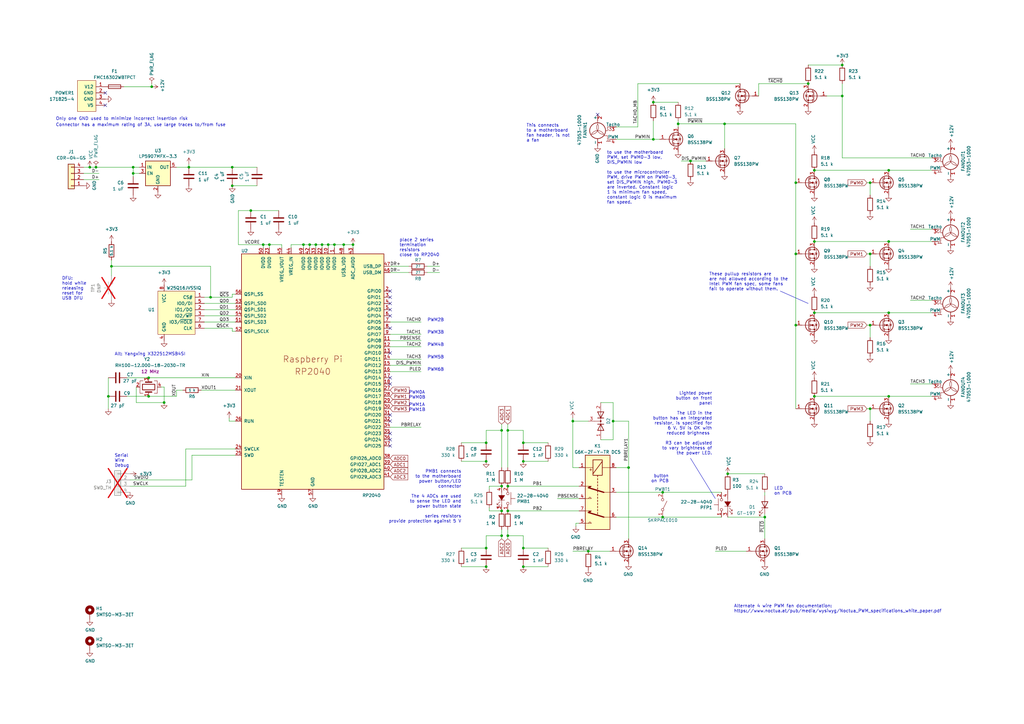
<source format=kicad_sch>
(kicad_sch (version 20230121) (generator eeschema)
  (paper "A3")
  (title_block (title "Thelio IO") (date "2023-05-11") (rev "2.3") (company "System76"))
  (junction (at 214.63 181.61))
  (junction (at 297.18 50.8))
  (junction (at 44.45 162.56))
  (junction (at 77.47 68.58))
  (junction (at 334.01 162.56))
  (junction (at 102.87 86.36))
  (junction (at 86.36 121.92))
  (junction (at 205.74 176.53))
  (junction (at 283.21 66.04))
  (junction (at 214.63 224.79))
  (junction (at 208.28 219.71))
  (junction (at 199.39 232.41))
  (junction (at 67.31 165.1))
  (junction (at 129.54 100.33))
  (junction (at 356.87 133.35))
  (junction (at 278.13 50.8))
  (junction (at 356.87 167.64))
  (junction (at 257.81 191.77))
  (junction (at 241.3 226.06))
  (junction (at 251.46 172.72))
  (junction (at 326.39 74.93))
  (junction (at 214.63 232.41))
  (junction (at 205.74 209.55))
  (junction (at 95.25 68.58))
  (junction (at 95.25 76.2))
  (junction (at 345.44 26.67))
  (junction (at 364.49 69.85))
  (junction (at 298.45 194.31))
  (junction (at 140.97 100.33))
  (junction (at 45.72 109.22))
  (junction (at 313.69 212.09))
  (junction (at 127 100.33))
  (junction (at 60.96 154.94))
  (junction (at 144.78 100.33))
  (junction (at 364.49 128.27))
  (junction (at 356.87 74.93))
  (junction (at 199.39 224.79))
  (junction (at 54.61 68.58))
  (junction (at 364.49 162.56))
  (junction (at 334.01 128.27))
  (junction (at 334.01 69.85))
  (junction (at 205.74 219.71))
  (junction (at 271.78 212.09))
  (junction (at 199.39 189.23))
  (junction (at 208.28 209.55))
  (junction (at 62.23 35.56))
  (junction (at 364.49 99.06))
  (junction (at 132.08 100.33))
  (junction (at 39.37 68.58))
  (junction (at 107.95 100.33))
  (junction (at 208.28 176.53))
  (junction (at 267.97 41.91))
  (junction (at 271.78 201.93))
  (junction (at 205.74 199.39))
  (junction (at 326.39 104.14))
  (junction (at 137.16 100.33))
  (junction (at 208.28 199.39))
  (junction (at 60.96 162.56))
  (junction (at 36.83 68.58))
  (junction (at 110.49 100.33))
  (junction (at 356.87 104.14))
  (junction (at 326.39 133.35))
  (junction (at 345.44 39.37))
  (junction (at 124.46 100.33))
  (junction (at 267.97 57.15))
  (junction (at 134.62 100.33))
  (junction (at 334.01 99.06))
  (junction (at 54.61 71.12))
  (junction (at 234.95 172.72))
  (junction (at 331.47 34.29))
  (junction (at 199.39 181.61))
  (junction (at 214.63 189.23))
  (no_connect (at 160.02 180.34))
  (no_connect (at 160.02 154.94))
  (no_connect (at 160.02 129.54))
  (no_connect (at 160.02 177.8))
  (no_connect (at 160.02 134.62))
  (no_connect (at 43.18 38.1))
  (no_connect (at 245.11 46.99))
  (no_connect (at 160.02 144.78))
  (no_connect (at 160.02 182.88))
  (no_connect (at 160.02 172.72))
  (no_connect (at 160.02 121.92))
  (no_connect (at 160.02 119.38))
  (no_connect (at 160.02 124.46))
  (no_connect (at 160.02 170.18))
  (no_connect (at 160.02 127))
  (no_connect (at 160.02 157.48))
  (no_connect (at 43.18 43.18))
  (wire (pts (xy 127 100.33) (xy 129.54 100.33)))
  (wire (pts (xy 252.73 57.15) (xy 267.97 57.15)))
  (wire (pts (xy 119.38 101.6) (xy 119.38 100.33)))
  (wire (pts (xy 127 101.6) (xy 127 100.33)))
  (wire (pts (xy 364.49 99.06) (xy 382.27 99.06)))
  (wire (pts (xy 96.52 129.54) (xy 83.82 129.54)))
  (wire (pts (xy 241.3 226.06) (xy 234.95 226.06)))
  (wire (pts (xy 331.47 26.67) (xy 345.44 26.67)))
  (wire (pts (xy 313.69 194.31) (xy 298.45 194.31)))
  (wire (pts (xy 45.72 109.22) (xy 45.72 113.03)))
  (wire (pts (xy 199.39 219.71) (xy 205.74 219.71)))
  (wire (pts (xy 93.98 172.72) (xy 96.52 172.72)))
  (wire (pts (xy 278.13 50.8) (xy 297.18 50.8)))
  (wire (pts (xy 53.34 199.39) (xy 76.2 199.39)))
  (wire (pts (xy 199.39 181.61) (xy 199.39 176.53)))
  (wire (pts (xy 172.72 132.08) (xy 160.02 132.08)))
  (wire (pts (xy 95.25 120.65) (xy 95.25 121.92)))
  (wire (pts (xy 199.39 232.41) (xy 189.23 232.41)))
  (wire (pts (xy 175.26 111.76) (xy 180.34 111.76)))
  (wire (pts (xy 205.74 173.99) (xy 205.74 176.53)))
  (wire (pts (xy 76.2 184.15) (xy 76.2 199.39)))
  (wire (pts (xy 373.38 123.19) (xy 382.27 123.19)))
  (wire (pts (xy 34.29 68.58) (xy 36.83 68.58)))
  (wire (pts (xy 110.49 101.6) (xy 110.49 100.33)))
  (wire (pts (xy 93.98 171.45) (xy 93.98 172.72)))
  (wire (pts (xy 60.96 162.56) (xy 72.39 162.56)))
  (wire (pts (xy 234.95 172.72) (xy 234.95 191.77)))
  (wire (pts (xy 172.72 137.16) (xy 160.02 137.16)))
  (wire (pts (xy 200.66 208.28) (xy 200.66 209.55)))
  (wire (pts (xy 257.81 191.77) (xy 257.81 172.72)))
  (wire (pts (xy 236.22 214.63) (xy 237.49 214.63)))
  (wire (pts (xy 246.38 180.34) (xy 251.46 180.34)))
  (wire (pts (xy 96.52 132.08) (xy 83.82 132.08)))
  (wire (pts (xy 355.6 74.93) (xy 356.87 74.93)))
  (wire (pts (xy 199.39 181.61) (xy 189.23 181.61)))
  (wire (pts (xy 278.13 50.8) (xy 278.13 52.07)))
  (wire (pts (xy 137.16 100.33) (xy 137.16 101.6)))
  (polyline (pts (xy 320.04 119.38) (xy 331.47 124.46)))
  (wire (pts (xy 373.38 93.98) (xy 382.27 93.98)))
  (wire (pts (xy 200.66 199.39) (xy 205.74 199.39)))
  (wire (pts (xy 95.25 76.2) (xy 105.41 76.2)))
  (wire (pts (xy 129.54 101.6) (xy 129.54 100.33)))
  (wire (pts (xy 54.61 68.58) (xy 54.61 71.12)))
  (wire (pts (xy 313.69 210.82) (xy 313.69 212.09)))
  (wire (pts (xy 200.66 200.66) (xy 200.66 199.39)))
  (wire (pts (xy 345.44 64.77) (xy 382.27 64.77)))
  (wire (pts (xy 132.08 101.6) (xy 132.08 100.33)))
  (wire (pts (xy 214.63 224.79) (xy 224.79 224.79)))
  (wire (pts (xy 78.74 186.69) (xy 96.52 186.69)))
  (wire (pts (xy 175.26 109.22) (xy 180.34 109.22)))
  (wire (pts (xy 205.74 217.17) (xy 205.74 219.71)))
  (wire (pts (xy 326.39 133.35) (xy 326.39 167.64)))
  (wire (pts (xy 160.02 149.86) (xy 172.72 149.86)))
  (wire (pts (xy 214.63 176.53) (xy 208.28 176.53)))
  (wire (pts (xy 334.01 162.56) (xy 364.49 162.56)))
  (wire (pts (xy 261.62 52.07) (xy 252.73 52.07)))
  (wire (pts (xy 364.49 69.85) (xy 382.27 69.85)))
  (wire (pts (xy 44.45 154.94) (xy 44.45 162.56)))
  (wire (pts (xy 251.46 165.1) (xy 251.46 172.72)))
  (wire (pts (xy 326.39 74.93) (xy 326.39 50.8)))
  (wire (pts (xy 257.81 220.98) (xy 257.81 191.77)))
  (wire (pts (xy 95.25 134.62) (xy 83.82 134.62)))
  (wire (pts (xy 95.25 121.92) (xy 86.36 121.92)))
  (wire (pts (xy 246.38 165.1) (xy 251.46 165.1)))
  (wire (pts (xy 200.66 209.55) (xy 205.74 209.55)))
  (wire (pts (xy 96.52 124.46) (xy 83.82 124.46)))
  (wire (pts (xy 214.63 181.61) (xy 224.79 181.61)))
  (wire (pts (xy 214.63 232.41) (xy 224.79 232.41)))
  (wire (pts (xy 205.74 176.53) (xy 205.74 191.77)))
  (wire (pts (xy 326.39 74.93) (xy 326.39 104.14)))
  (wire (pts (xy 199.39 189.23) (xy 189.23 189.23)))
  (wire (pts (xy 102.87 86.36) (xy 97.79 86.36)))
  (wire (pts (xy 95.25 68.58) (xy 105.41 68.58)))
  (wire (pts (xy 82.55 160.02) (xy 96.52 160.02)))
  (wire (pts (xy 86.36 121.92) (xy 83.82 121.92)))
  (wire (pts (xy 208.28 217.17) (xy 208.28 219.71)))
  (wire (pts (xy 160.02 152.4) (xy 172.72 152.4)))
  (wire (pts (xy 67.31 158.75) (xy 66.04 158.75)))
  (wire (pts (xy 252.73 212.09) (xy 271.78 212.09)))
  (wire (pts (xy 251.46 180.34) (xy 251.46 172.72)))
  (wire (pts (xy 137.16 100.33) (xy 140.97 100.33)))
  (wire (pts (xy 140.97 101.6) (xy 140.97 100.33)))
  (wire (pts (xy 107.95 100.33) (xy 107.95 101.6)))
  (wire (pts (xy 236.22 215.9) (xy 236.22 214.63)))
  (wire (pts (xy 124.46 101.6) (xy 124.46 100.33)))
  (wire (pts (xy 364.49 162.56) (xy 382.27 162.56)))
  (wire (pts (xy 53.34 196.85) (xy 78.74 196.85)))
  (wire (pts (xy 295.91 212.09) (xy 271.78 212.09)))
  (wire (pts (xy 313.69 212.09) (xy 313.69 220.98)))
  (wire (pts (xy 114.3 86.36) (xy 102.87 86.36)))
  (wire (pts (xy 50.8 35.56) (xy 62.23 35.56)))
  (wire (pts (xy 214.63 224.79) (xy 214.63 219.71)))
  (wire (pts (xy 208.28 199.39) (xy 237.49 199.39)))
  (wire (pts (xy 95.25 135.89) (xy 96.52 135.89)))
  (wire (pts (xy 55.88 165.1) (xy 67.31 165.1)))
  (wire (pts (xy 134.62 100.33) (xy 137.16 100.33)))
  (wire (pts (xy 283.21 66.04) (xy 289.56 66.04)))
  (wire (pts (xy 52.07 162.56) (xy 60.96 162.56)))
  (wire (pts (xy 60.96 154.94) (xy 96.52 154.94)))
  (wire (pts (xy 355.6 104.14) (xy 356.87 104.14)))
  (wire (pts (xy 356.87 109.22) (xy 356.87 104.14)))
  (wire (pts (xy 45.72 106.68) (xy 45.72 109.22)))
  (wire (pts (xy 199.39 224.79) (xy 189.23 224.79)))
  (wire (pts (xy 313.69 203.2) (xy 313.69 201.93)))
  (wire (pts (xy 95.25 134.62) (xy 95.25 135.89)))
  (wire (pts (xy 313.69 212.09) (xy 298.45 212.09)))
  (wire (pts (xy 140.97 100.33) (xy 144.78 100.33)))
  (wire (pts (xy 144.78 100.33) (xy 144.78 101.6)))
  (wire (pts (xy 129.54 100.33) (xy 132.08 100.33)))
  (wire (pts (xy 297.18 60.96) (xy 297.18 50.8)))
  (wire (pts (xy 208.28 173.99) (xy 208.28 176.53)))
  (wire (pts (xy 134.62 101.6) (xy 134.62 100.33)))
  (wire (pts (xy 34.29 71.12) (xy 40.64 71.12)))
  (wire (pts (xy 234.95 172.72) (xy 241.3 172.72)))
  (wire (pts (xy 77.47 68.58) (xy 77.47 67.31)))
  (wire (pts (xy 72.39 160.02) (xy 74.93 160.02)))
  (wire (pts (xy 54.61 68.58) (xy 57.15 68.58)))
  (wire (pts (xy 356.87 80.01) (xy 356.87 74.93)))
  (wire (pts (xy 228.6 204.47) (xy 237.49 204.47)))
  (wire (pts (xy 172.72 139.7) (xy 160.02 139.7)))
  (wire (pts (xy 355.6 133.35) (xy 356.87 133.35)))
  (wire (pts (xy 54.61 71.12) (xy 57.15 71.12)))
  (wire (pts (xy 52.07 154.94) (xy 60.96 154.94)))
  (wire (pts (xy 34.29 73.66) (xy 40.64 73.66)))
  (wire (pts (xy 331.47 34.29) (xy 311.15 34.29)))
  (wire (pts (xy 334.01 99.06) (xy 364.49 99.06)))
  (wire (pts (xy 234.95 171.45) (xy 234.95 172.72)))
  (wire (pts (xy 208.28 176.53) (xy 208.28 191.77)))
  (wire (pts (xy 334.01 128.27) (xy 364.49 128.27)))
  (wire (pts (xy 306.07 226.06) (xy 293.37 226.06)))
  (wire (pts (xy 55.88 158.75) (xy 55.88 165.1)))
  (wire (pts (xy 115.57 100.33) (xy 110.49 100.33)))
  (wire (pts (xy 257.81 172.72) (xy 251.46 172.72)))
  (wire (pts (xy 39.37 68.58) (xy 54.61 68.58)))
  (wire (pts (xy 267.97 41.91) (xy 278.13 41.91)))
  (wire (pts (xy 373.38 157.48) (xy 382.27 157.48)))
  (wire (pts (xy 345.44 34.29) (xy 345.44 39.37)))
  (wire (pts (xy 76.2 184.15) (xy 96.52 184.15)))
  (wire (pts (xy 86.36 121.92) (xy 86.36 109.22)))
  (wire (pts (xy 208.28 219.71) (xy 208.28 220.98)))
  (wire (pts (xy 311.15 34.29) (xy 311.15 39.37)))
  (wire (pts (xy 160.02 111.76) (xy 167.64 111.76)))
  (wire (pts (xy 115.57 101.6) (xy 115.57 100.33)))
  (wire (pts (xy 356.87 172.72) (xy 356.87 167.64)))
  (wire (pts (xy 326.39 50.8) (xy 297.18 50.8)))
  (wire (pts (xy 124.46 100.33) (xy 127 100.33)))
  (wire (pts (xy 214.63 181.61) (xy 214.63 176.53)))
  (wire (pts (xy 267.97 57.15) (xy 267.97 49.53)))
  (wire (pts (xy 205.74 219.71) (xy 205.74 220.98)))
  (wire (pts (xy 97.79 100.33) (xy 107.95 100.33)))
  (wire (pts (xy 97.79 86.36) (xy 97.79 100.33)))
  (wire (pts (xy 199.39 224.79) (xy 199.39 219.71)))
  (wire (pts (xy 278.13 49.53) (xy 278.13 50.8)))
  (wire (pts (xy 172.72 142.24) (xy 160.02 142.24)))
  (wire (pts (xy 95.25 120.65) (xy 96.52 120.65)))
  (wire (pts (xy 54.61 71.12) (xy 54.61 72.39)))
  (wire (pts (xy 261.62 34.29) (xy 261.62 52.07)))
  (wire (pts (xy 208.28 209.55) (xy 237.49 209.55)))
  (wire (pts (xy 214.63 219.71) (xy 208.28 219.71)))
  (wire (pts (xy 172.72 147.32) (xy 160.02 147.32)))
  (wire (pts (xy 160.02 109.22) (xy 167.64 109.22)))
  (wire (pts (xy 252.73 201.93) (xy 271.78 201.93)))
  (wire (pts (xy 67.31 165.1) (xy 67.31 158.75)))
  (wire (pts (xy 86.36 109.22) (xy 45.72 109.22)))
  (wire (pts (xy 267.97 57.15) (xy 270.51 57.15)))
  (wire (pts (xy 279.4 66.04) (xy 283.21 66.04)))
  (wire (pts (xy 44.45 162.56) (xy 44.45 167.64)))
  (wire (pts (xy 334.01 69.85) (xy 364.49 69.85)))
  (wire (pts (xy 72.39 162.56) (xy 72.39 160.02)))
  (wire (pts (xy 62.23 34.29) (xy 62.23 35.56)))
  (wire (pts (xy 355.6 167.64) (xy 356.87 167.64)))
  (wire (pts (xy 339.09 39.37) (xy 345.44 39.37)))
  (wire (pts (xy 119.38 100.33) (xy 124.46 100.33)))
  (wire (pts (xy 345.44 64.77) (xy 345.44 39.37)))
  (wire (pts (xy 234.95 191.77) (xy 237.49 191.77)))
  (wire (pts (xy 257.81 191.77) (xy 252.73 191.77)))
  (wire (pts (xy 303.53 34.29) (xy 261.62 34.29)))
  (wire (pts (xy 356.87 138.43) (xy 356.87 133.35)))
  (wire (pts (xy 78.74 186.69) (xy 78.74 196.85)))
  (wire (pts (xy 160.02 175.26) (xy 172.72 175.26)))
  (wire (pts (xy 199.39 176.53) (xy 205.74 176.53)))
  (wire (pts (xy 96.52 127) (xy 83.82 127)))
  (wire (pts (xy 250.19 226.06) (xy 241.3 226.06)))
  (polyline (pts (xy 283.21 187.96) (xy 293.37 204.47)))
  (wire (pts (xy 77.47 68.58) (xy 95.25 68.58)))
  (wire (pts (xy 364.49 128.27) (xy 382.27 128.27)))
  (wire (pts (xy 36.83 68.58) (xy 39.37 68.58)))
  (wire (pts (xy 132.08 100.33) (xy 134.62 100.33)))
  (wire (pts (xy 326.39 104.14) (xy 326.39 133.35)))
  (wire (pts (xy 295.91 201.93) (xy 271.78 201.93)))
  (wire (pts (xy 110.49 100.33) (xy 107.95 100.33)))
  (wire (pts (xy 214.63 189.23) (xy 224.79 189.23)))
  (wire (pts (xy 72.39 68.58) (xy 77.47 68.58)))
  (text "Only one GND used to minimize incorrect insertion risk" (at 22.86 49.53 0) (effects (font (size 1.27 1.27)) (justify left bottom)))
  (text "button\non PCB" (at 274.32 198.12 0) (effects (font (size 1.27 1.27)) (justify right bottom)))
  (text "PWM3B\n" (at 175.26 137.16 0) (effects (font (size 1.27 1.27)) (justify left bottom)))
  (text "This connects\nto a motherboard\nfan header, is not\na fan" (at 215.9 58.42 0) (effects (font (size 1.27 1.27)) (justify left bottom)))
  (text "Connector has a maximum rating of 3A, use large traces to/from fuse" (at 22.86 52.07 0) (effects (font (size 1.27 1.27)) (justify left bottom)))
  (text "DFU:\nhold while\nreleasing\nreset for\nUSB DFU" (at 25.4 123.19 0) (effects (font (size 1.27 1.27)) (justify left bottom)))
  (text "Serial\nWire\nDebug" (at 46.99 191.77 0) (effects (font (size 1.27 1.27)) (justify left bottom)))
  (text "Alt: Yangxing X322512MSB4SI" (at 46.99 146.05 0) (effects (font (size 1.27 1.27)) (justify left bottom)))
  (text "Alternate 4 wire PWM fan documentation:\nhttps://www.noctua.at/pub/media/wysiwyg/Noctua_PWM_specifications_white_paper.pdf" (at 300.99 251.46 0) (effects (font (size 1.27 1.27)) (justify left bottom)))
  (text "place 2 series\ntermination\nresistors\nclose to RP2040" (at 163.83 105.41 0) (effects (font (size 1.27 1.27)) (justify left bottom)))
  (text "PWM1A\nPWM1B\n" (at 167.64 168.91 0) (effects (font (size 1.27 1.27)) (justify left bottom)))
  (text "Lighted power\nbutton on front\npanel\n\nThe LED in the\nbutton has an integrated\nresistor, is specified for\n6 V. 5V is OK with\nreduced brighness \n\nR3 can be adjusted\nto vary brightness of\nthe power LED." (at 292.1 186.69 0) (effects (font (size 1.27 1.27)) (justify right bottom)))
  (text "PWM4B\n" (at 175.26 142.24 0) (effects (font (size 1.27 1.27)) (justify left bottom)))
  (text "PWM5B\n" (at 175.26 147.32 0) (effects (font (size 1.27 1.27)) (justify left bottom)))
  (text "LED\non PCB" (at 317.5 203.2 0) (effects (font (size 1.27 1.27)) (justify left bottom)))
  (text "These pullup resistors are\nare not allowed according to the\nIntel PWM fan spec, some fans\nfail to operate without them." (at 290.83 119.38 0) (effects (font (size 1.27 1.27)) (justify left bottom)))
  (text "PMB1 connects\nto the motherboard\npower button/LED\nconnector\n\nThe 4 ADCs are used\nto sense the LED and\npower button state\n\nseries resistors\nprovide protection against 5 V" (at 189.23 214.63 0) (effects (font (size 1.27 1.27)) (justify right bottom)))
  (text "to use the motherboard\nPWM, set PWM0-3 low,\nDIS_PWMIN low\n\nto use the microcontroller\nPWM, drive PWM on PWM0-3,\nset DIS_PWMIN high, PWM0-3\nare inverted. Constant logic\n1 is minimum fan speed, \nconstant logic 0 is maximum\nfan speed." (at 248.92 83.82 0) (effects (font (size 1.27 1.27)) (justify left bottom)))
  (text "PWM0A\nPWM0B\n" (at 167.64 163.83 0) (effects (font (size 1.27 1.27)) (justify left bottom)))
  (text "PWM6B\n" (at 175.26 152.4 0) (effects (font (size 1.27 1.27)) (justify left bottom)))
  (text "PWM2B\n" (at 175.26 132.08 0) (effects (font (size 1.27 1.27)) (justify left bottom)))
  (label "PB2" (at 218.44 209.55 0))
  (label "~{QCS}" (at 93.98 121.92 180))
  (label "D-" (at 180.34 111.76 180))
  (label "DR+" (at 160.02 109.22 0))
  (label "~{PWMIN}" (at 281.94 50.8 0))
  (label "PBRELAY" (at 234.95 226.06 0))
  (label "DIS_PWMIN" (at 172.72 149.86 180))
  (label "DR-" (at 160.02 111.76 0))
  (label "TACH0" (at 373.38 64.77 0))
  (label "TACH2" (at 373.38 123.19 0))
  (label "PBRELAY1" (at 257.81 189.23 90))
  (label "PLED" (at 172.72 152.4 180))
  (label "PLED" (at 293.37 226.06 0))
  (label "PBSENSE" (at 228.6 204.47 0))
  (label "PWMIN" (at 260.35 57.15 0))
  (label "DIS_PWMIN" (at 279.4 66.04 0))
  (label "XOUT1" (at 82.55 160.02 0))
  (label "XOUT" (at 72.39 162.56 90))
  (label "QD3" (at 93.98 132.08 180))
  (label "D+" (at 180.34 109.22 180))
  (label "D+" (at 40.64 73.66 180))
  (label "TACH2" (at 172.72 142.24 180))
  (label "SWDIO" (at 60.96 196.85 180))
  (label "~{PLED}" (at 313.69 218.44 90))
  (label "~{TACH0}" (at 314.96 34.29 0))
  (label "VCORE" (at 100.33 100.33 0))
  (label "XIN" (at 82.55 154.94 0))
  (label "TACH1" (at 373.38 93.98 0))
  (label "PBSENSE" (at 172.72 139.7 180))
  (label "QD1" (at 93.98 127 180))
  (label "TACH3" (at 373.38 157.48 0))
  (label "PB1" (at 218.44 199.39 0))
  (label "QD0" (at 93.98 124.46 180))
  (label "QD2" (at 93.98 129.54 180))
  (label "TACH1" (at 172.72 137.16 180))
  (label "D-" (at 40.64 71.12 180))
  (label "TACH3" (at 172.72 147.32 180))
  (label "QSCK" (at 93.98 134.62 180))
  (label "PBRELAY" (at 172.72 175.26 180))
  (label "TACH0" (at 172.72 132.08 180))
  (label "TACH0_MB" (at 261.62 50.8 90))
  (label "SWCLK" (at 60.96 199.39 180))
  (global_label "PWM3" (shape input) (at 355.6 167.64 180) (property "Intersheetrefs" "${INTERSHEET_REFS}" (effects hide)))
  (global_label "ADC3" (shape input) (at 160.02 195.58 0) (property "Intersheetrefs" "${INTERSHEET_REFS}" (effects hide)))
  (global_label "ADC3" (shape input) (at 205.74 173.99 90) (property "Intersheetrefs" "${INTERSHEET_REFS}" (effects hide)))
  (global_label "ADC1" (shape input) (at 208.28 173.99 90) (property "Intersheetrefs" "${INTERSHEET_REFS}" (effects hide)))
  (global_label "PWM0" (shape input) (at 355.6 74.93 180) (property "Intersheetrefs" "${INTERSHEET_REFS}" (effects hide)))
  (global_label "ADC1" (shape input) (at 160.02 190.5 0) (property "Intersheetrefs" "${INTERSHEET_REFS}" (effects hide)))
  (global_label "PWM1" (shape input) (at 160.02 162.56 0) (property "Intersheetrefs" "${INTERSHEET_REFS}" (effects hide)))
  (global_label "PWM0" (shape input) (at 160.02 160.02 0) (property "Intersheetrefs" "${INTERSHEET_REFS}" (effects hide)))
  (global_label "PWM3" (shape input) (at 160.02 167.64 0) (property "Intersheetrefs" "${INTERSHEET_REFS}" (effects hide)))
  (global_label "ADC0" (shape input) (at 160.02 187.96 0) (property "Intersheetrefs" "${INTERSHEET_REFS}" (effects hide)))
  (global_label "ADC2" (shape input) (at 160.02 193.04 0) (property "Intersheetrefs" "${INTERSHEET_REFS}" (effects hide)))
  (global_label "PWM2" (shape input) (at 355.6 133.35 180) (property "Intersheetrefs" "${INTERSHEET_REFS}" (effects hide)))
  (global_label "ADC2" (shape input) (at 205.74 220.98 270) (property "Intersheetrefs" "${INTERSHEET_REFS}" (effects hide)))
  (global_label "PWM1" (shape input) (at 355.6 104.14 180) (property "Intersheetrefs" "${INTERSHEET_REFS}" (effects hide)))
  (global_label "ADC0" (shape input) (at 208.28 220.98 270) (property "Intersheetrefs" "${INTERSHEET_REFS}" (effects hide)))
  (global_label "PWM2" (shape input) (at 160.02 165.1 0) (property "Intersheetrefs" "${INTERSHEET_REFS}" (effects hide)))
  (symbol (lib_id "SATA:ATA_FLOPPY_POWER_4") (at 35.56 39.37 0) (mirror y) (unit 1)
    (property "Reference" "POWER1" (at 30.48 38.0999 0) (effects (justify left)))
    (property "Value" "171825-4" (at 30.48 40.6399 0) (effects (justify left)))
    (property "Footprint" "SATA:ATA_FLOPPY_POWER_4" (effects hide))
    (property "Datasheet" "lib/SATA/ATA_POWER_4.pdf" (effects hide))
    (property "Description" "ATA floppy power connector" (effects hide))
    (property "Manufacturer" "Molex (generic OK)" (effects hide))
  )
  (symbol (lib_id "power:GND") (at 43.18 40.64 90) (mirror x) (unit 1)
    (property "Reference" "#PWR05" (effects hide))
    (property "Value" "GND" (effects hide))
  )
  (symbol (lib_id "power:+12V") (at 62.23 35.56 270) (mirror x) (unit 1)
    (property "Reference" "#PWR04" (effects hide))
    (property "Value" "+12V" (at 66.6242 35.179 0))
  )
  (symbol (lib_id "Device:R") (at 224.79 185.42 0) (mirror y) (unit 1)
    (property "Reference" "R29" (at 227.33 184.1499 0) (effects (justify right)))
    (property "Value" "330 k" (at 227.33 186.6899 0) (effects (justify right)))
    (property "Footprint" "kicad_pcb:R_0402_1005Metric" (effects hide))
    (property "Description" "resistor 5 %" (effects hide))
    (property "Manufacturer" "generic" (effects hide))
  )
  (symbol (lib_id "power:GND") (at 389.89 101.6 0) (unit 1)
    (property "Reference" "#PWR015" (effects hide))
    (property "Value" "GND" (effects hide))
  )
  (symbol (lib_id "Transistor_FET:2N7002") (at 331.47 167.64 0) (unit 1)
    (property "Reference" "Q11" (at 337.82 166.3699 0) (effects (justify left)))
    (property "Value" "BSS138PW" (at 337.82 168.9099 0) (effects (justify left)))
    (property "Footprint" "Package_TO_SOT_SMD:SOT-323_SC-70" (effects hide))
    (property "Datasheet" "https://assets.nexperia.com/documents/data-sheet/BSS138PW.pdf" (effects hide))
  )
  (symbol (lib_id "Mechanical:MountingHole_Pad") (at 36.83 251.46 0) (unit 1)
    (property "Reference" "H1" (at 39.37 249.555 0) (effects (justify left)))
    (property "Value" "SMTSO-M3-3ET" (at 39.37 252.095 0) (effects (justify left)))
    (property "Footprint" "SMTSO:SMTSO-M3-3" (effects hide))
    (property "Description" "M3 SMT mounting nut" (effects hide))
    (property "Manufacturer" "PEM" (effects hide))
  )
  (symbol (lib_id "power:GND") (at 278.13 62.23 0) (mirror y) (unit 1)
    (property "Reference" "#PWR010" (effects hide))
    (property "Value" "GND" (effects hide))
  )
  (symbol (lib_id "power:+12V") (at 389.89 118.11 0) (unit 1)
    (property "Reference" "#PWR021" (effects hide))
    (property "Value" "+12V" (at 390.271 114.8588 90) (effects (justify left)))
  )
  (symbol (lib_id "power:GND") (at 54.61 80.01 0) (unit 1)
    (property "Reference" "#PWR0120" (effects hide))
    (property "Value" "ground" (effects hide))
  )
  (symbol (lib_id "power:GND") (at 334.01 138.43 0) (mirror y) (unit 1)
    (property "Reference" "#PWR027" (effects hide))
    (property "Value" "GND" (effects hide))
  )
  (symbol (lib_id "power:GND") (at 313.69 231.14 0) (mirror y) (unit 1)
    (property "Reference" "#PWR016" (effects hide))
    (property "Value" "GND" (at 313.563 235.5342 0))
  )
  (symbol (lib_id "Device:Crystal_GND24") (at 60.96 158.75 90) (unit 1)
    (property "Reference" "Y2" (at 60.325 147.32 90))
    (property "Value" "RH100-12.000-18-2030-TR" (at 61.595 149.86 90))
    (property "Footprint" "Oscillator:Oscillator_SMD_SeikoEpson_SG8002CE-4Pin_3.2x2.5mm" (effects hide))
    (property "Datasheet" "https://www.raltron.com/webproducts/specs/CRYSTAL/RH100-12.000-18-2030-TR.pdf" (effects hide))
    (property "Description" "12 MHz" (at 61.595 152.4 90))
    (property "Manufacturer" "Raltron" (effects hide))
  )
  (symbol (lib_id "Device:R") (at 171.45 109.22 270) (unit 1)
    (property "Reference" "R7" (at 171.45 106.68 90))
    (property "Value" "27" (at 171.45 109.22 90) (effects (font (size 1.016 1.016))))
    (property "Footprint" "kicad_pcb:R_0402_1005Metric" (effects hide))
  )
  (symbol (lib_id "Switch:SW_Push_LED") (at 298.45 207.01 90) (unit 1)
    (property "Reference" "PFP1" (at 292.1762 208.1784 90) (effects (justify left)))
    (property "Value" "22-28-4040" (at 292.1762 205.867 90) (effects (justify left)))
    (property "Footprint" "Connector_PinHeader_2.54mm:PinHeader_1x04_P2.54mm_Vertical" (effects hide))
    (property "Description" "1x4 pin 2.54 mm through hole header" (effects hide))
    (property "Manufacturer" "Molex (generic OK)" (effects hide))
  )
  (symbol (lib_id "Device:R") (at 78.74 160.02 270) (unit 1)
    (property "Reference" "R6" (at 78.74 162.56 90))
    (property "Value" "1 k" (at 78.74 160.02 90) (effects (font (size 1.016 1.016))))
    (property "Footprint" "kicad_pcb:R_0402_1005Metric" (effects hide))
  )
  (symbol (lib_id "power:+3V3") (at 144.78 100.33 0) (unit 1)
    (property "Reference" "#PWR0109" (effects hide))
    (property "Value" "+3V3" (at 144.78 95.25 0))
  )
  (symbol (lib_id "Switch:SW_Push_LED") (at 205.74 204.47 270) (mirror x) (unit 1)
    (property "Reference" "PMB1" (at 212.0138 205.6384 90) (effects (justify left)))
    (property "Value" "22-28-4040" (at 212.0138 203.327 90) (effects (justify left)))
    (property "Footprint" "Connector_PinHeader_2.54mm:PinHeader_1x04_P2.54mm_Vertical" (effects hide))
    (property "Description" "1x4 pin 2.54 mm through hole header" (effects hide))
    (property "Manufacturer" "Molex (generic OK)" (effects hide))
  )
  (symbol (lib_id "Device:R") (at 356.87 176.53 0) (mirror y) (unit 1)
    (property "Reference" "R17" (at 359.41 175.2599 0) (effects (justify right)))
    (property "Value" "5.1 k" (at 359.41 177.7999 0) (effects (justify right)))
    (property "Footprint" "kicad_pcb:R_0402_1005Metric" (effects hide))
    (property "Description" "resistor 5 %" (effects hide))
    (property "Manufacturer" "generic" (effects hide))
  )
  (symbol (lib_id "power:VCC") (at 334.01 154.94 0) (mirror y) (unit 1)
    (property "Reference" "#PWR034" (effects hide))
    (property "Value" "VCC" (at 333.5782 151.6888 90) (effects (justify left)))
  )
  (symbol (lib_id "power:GND") (at 356.87 180.34 0) (mirror y) (unit 1)
    (property "Reference" "#PWR030" (effects hide))
    (property "Value" "GND" (effects hide))
  )
  (symbol (lib_id "Transistor_FET:2N7002") (at 294.64 66.04 0) (unit 1)
    (property "Reference" "Q7" (at 300.99 64.7699 0) (effects (justify left)))
    (property "Value" "BSS138PW" (at 300.99 67.3099 0) (effects (justify left)))
    (property "Footprint" "Package_TO_SOT_SMD:SOT-323_SC-70" (effects hide))
    (property "Datasheet" "https://assets.nexperia.com/documents/data-sheet/BSS138PW.pdf" (effects hide))
  )
  (symbol (lib_id "Device:R") (at 45.72 102.87 0) (unit 1)
    (property "Reference" "R5" (at 43.18 102.87 90))
    (property "Value" "5.1 k" (at 45.72 102.87 90) (effects (font (size 1.016 1.016))))
    (property "Footprint" "kicad_pcb:R_0402_1005Metric" (effects hide))
  )
  (symbol (lib_id "Device:R") (at 267.97 45.72 0) (mirror y) (unit 1)
    (property "Reference" "R1" (at 270.51 44.4499 0) (effects (justify right)))
    (property "Value" "5.1 k" (at 270.51 46.9899 0) (effects (justify right)))
    (property "Footprint" "kicad_pcb:R_0402_1005Metric" (effects hide))
    (property "Description" "resistor 5 %" (effects hide))
    (property "Manufacturer" "generic" (effects hide))
  )
  (symbol (lib_id "Device:R") (at 334.01 95.25 0) (mirror y) (unit 1)
    (property "Reference" "R19" (at 336.55 93.9799 0) (effects (justify right)))
    (property "Value" "5.1 k" (at 336.55 96.5199 0) (effects (justify right)))
    (property "Footprint" "kicad_pcb:R_0402_1005Metric" (effects hide))
    (property "Description" "resistor 5 %" (effects hide))
    (property "Manufacturer" "generic" (effects hide))
  )
  (symbol (lib_id "power:GND") (at 95.25 76.2 0) (unit 1)
    (property "Reference" "#PWR0101" (effects hide))
    (property "Value" "GND" (at 95.377 79.4512 90) (effects (justify right)))
  )
  (symbol (lib_id "power:+12V") (at 389.89 152.4 0) (unit 1)
    (property "Reference" "#PWR023" (effects hide))
    (property "Value" "+12V" (at 390.271 149.1488 90) (effects (justify left)))
  )
  (symbol (lib_id "power:GND") (at 115.57 203.2 0) (unit 1)
    (property "Reference" "#PWR0114" (effects hide))
    (property "Value" "GND" (at 115.697 207.5942 0))
  )
  (symbol (lib_id "Device:R") (at 208.28 213.36 0) (mirror y) (unit 1)
    (property "Reference" "R9" (at 210.82 212.0899 0) (effects (justify right)))
    (property "Value" "1 M" (at 210.82 214.6299 0) (effects (justify right)))
    (property "Footprint" "kicad_pcb:R_0402_1005Metric" (effects hide))
    (property "Description" "resistor 5 %" (effects hide))
    (property "Manufacturer" "generic" (effects hide))
  )
  (symbol (lib_id "power:GND") (at 303.53 44.45 0) (unit 1)
    (property "Reference" "#PWR035" (effects hide))
    (property "Value" "GND" (effects hide))
  )
  (symbol (lib_id "power:GND") (at 36.83 266.7 0) (unit 1)
    (property "Reference" "#PWR02" (effects hide))
    (property "Value" "GND" (at 36.957 271.0942 0))
  )
  (symbol (lib_id "Motor:Fan_Tacho_PWM") (at 389.89 125.73 0) (unit 1)
    (property "Reference" "FANOUT3" (at 395.0208 124.46 90))
    (property "Value" "47053-1000" (at 397.3322 124.46 90))
    (property "Footprint" "Connector:FanPinHeader_1x04_P2.54mm_Vertical" (effects hide))
    (property "Datasheet" "https://www.intel.com/content/dam/support/us/en/documents/intel-nuc/intel-4wire-pwm-fans-specs.pdf" (effects hide))
    (property "Description" "Fan header" (effects hide))
    (property "Manufacturer" "Molex (generic OK)" (effects hide))
  )
  (symbol (lib_id "power:+3V3") (at 45.72 99.06 0) (unit 1)
    (property "Reference" "#PWR0116" (effects hide))
    (property "Value" "+3V3" (at 45.72 93.98 0))
  )
  (symbol (lib_id "power:GND") (at 283.21 73.66 0) (mirror y) (unit 1)
    (property "Reference" "#PWR018" (effects hide))
    (property "Value" "GND" (effects hide))
  )
  (symbol (lib_id "power:GND") (at 199.39 232.41 0) (mirror y) (unit 1)
    (property "Reference" "#PWR043" (effects hide))
    (property "Value" "ground" (effects hide))
  )
  (symbol (lib_id "power:+3V3") (at 77.47 67.31 0) (unit 1)
    (property "Reference" "#PWR0119" (effects hide))
    (property "Value" "+3V3" (at 77.47 62.23 0))
  )
  (symbol (lib_id "Device:R") (at 356.87 142.24 0) (mirror y) (unit 1)
    (property "Reference" "R16" (at 359.41 140.9699 0) (effects (justify right)))
    (property "Value" "5.1 k" (at 359.41 143.5099 0) (effects (justify right)))
    (property "Footprint" "kicad_pcb:R_0402_1005Metric" (effects hide))
    (property "Description" "resistor 5 %" (effects hide))
    (property "Manufacturer" "generic" (effects hide))
  )
  (symbol (lib_id "Transistor_FET:2N7002") (at 331.47 74.93 0) (unit 1)
    (property "Reference" "Q8" (at 337.82 73.6599 0) (effects (justify left)))
    (property "Value" "BSS138PW" (at 337.82 76.1999 0) (effects (justify left)))
    (property "Footprint" "Package_TO_SOT_SMD:SOT-323_SC-70" (effects hide))
    (property "Datasheet" "https://assets.nexperia.com/documents/data-sheet/BSS138PW.pdf" (effects hide))
  )
  (symbol (lib_id "Relay:G6K-2") (at 245.11 201.93 90) (mirror x) (unit 1)
    (property "Reference" "K1" (at 245.11 182.88 90))
    (property "Value" "G6K-2F-Y-TR DC5" (at 245.11 185.42 90))
    (property "Footprint" "Relay_SMD:Relay_DPDT_Omron_G6K-2F-Y" (effects hide))
    (property "Datasheet" "http://omronfs.omron.com/en_US/ecb/products/pdf/en-g6k.pdf" (effects hide))
  )
  (symbol (lib_id "power:VCC") (at 334.01 62.23 0) (mirror y) (unit 1)
    (property "Reference" "#PWR031" (effects hide))
    (property "Value" "VCC" (at 333.5782 58.9788 90) (effects (justify left)))
  )
  (symbol (lib_id "power:+3V3") (at 53.34 194.31 270) (unit 1)
    (property "Reference" "#PWR03" (effects hide))
    (property "Value" "+3V3" (at 59.69 194.31 90))
  )
  (symbol (lib_id "power:GND") (at 364.49 109.22 0) (mirror y) (unit 1)
    (property "Reference" "#PWR0131" (effects hide))
    (property "Value" "GND" (effects hide))
  )
  (symbol (lib_id "Device:C") (at 199.39 185.42 0) (mirror x) (unit 1)
    (property "Reference" "C8" (at 195.58 184.15 0) (effects (justify right)))
    (property "Value" "1 nF" (at 195.58 186.69 0) (effects (justify right)))
    (property "Footprint" "kicad_pcb:C_0402_1005Metric" (effects hide))
  )
  (symbol (lib_id "power:GND") (at 67.31 165.1 0) (unit 1)
    (property "Reference" "#PWR0111" (effects hide))
    (property "Value" "ground" (effects hide))
  )
  (symbol (lib_id "Device:R") (at 189.23 228.6 0) (unit 1)
    (property "Reference" "R27" (at 186.69 227.3299 0) (effects (justify right)))
    (property "Value" "330 k" (at 186.69 229.8699 0) (effects (justify right)))
    (property "Footprint" "kicad_pcb:R_0402_1005Metric" (effects hide))
    (property "Description" "resistor 5 %" (effects hide))
    (property "Manufacturer" "generic" (effects hide))
  )
  (symbol (lib_id "Device:R") (at 208.28 195.58 0) (mirror y) (unit 1)
    (property "Reference" "R10" (at 210.82 194.3099 0) (effects (justify right)))
    (property "Value" "1 M" (at 210.82 196.8499 0) (effects (justify right)))
    (property "Footprint" "kicad_pcb:R_0402_1005Metric" (effects hide))
    (property "Description" "resistor 5 %" (effects hide))
    (property "Manufacturer" "generic" (effects hide))
  )
  (symbol (lib_id "power:VCC") (at 36.83 68.58 0) (unit 1)
    (property "Reference" "#PWR08" (effects hide))
    (property "Value" "VCC" (at 37.2618 65.3288 90) (effects (justify left)))
  )
  (symbol (lib_id "power:GND") (at 257.81 231.14 0) (mirror y) (unit 1)
    (property "Reference" "#PWR037" (effects hide))
    (property "Value" "GND" (at 257.683 235.5342 0))
  )
  (symbol (lib_id "Device:C") (at 54.61 76.2 0) (unit 1)
    (property "Reference" "C6" (at 50.8 74.9299 0) (effects (justify right)))
    (property "Value" "1 uF" (at 50.8 77.4699 0) (effects (justify right)))
    (property "Footprint" "kicad_pcb:C_0402_1005Metric" (effects hide))
    (property "Manufacturer" "generic" (effects hide))
    (property "Description" "X5R ceramic 0402 capacitor" (effects hide))
  )
  (symbol (lib_id "Connector_Generic:Conn_01x04") (at 29.21 73.66 180) (unit 1)
    (property "Reference" "J1" (at 29.21 62.23 0))
    (property "Value" "CDR-04-GS" (at 29.21 64.77 0))
    (property "Footprint" "Connector_Molex:Molex_SL_171971-0004_1x04_P2.54mm_Vertical" (effects hide))
    (property "Description" "Molex SL type 4 pin header" (effects hide))
    (property "Manufacturer" "Adam Tech" (effects hide))
  )
  (symbol (lib_id "Device:C") (at 102.87 90.17 180) (unit 1)
    (property "Reference" "C1" (at 106.68 88.8999 0) (effects (justify right)))
    (property "Value" "1 uF" (at 106.68 91.4399 0) (effects (justify right)))
    (property "Footprint" "kicad_pcb:C_0402_1005Metric" (effects hide))
  )
  (symbol (lib_id "power:+3V3") (at 93.98 171.45 0) (unit 1)
    (property "Reference" "#PWR0107" (effects hide))
    (property "Value" "+3V3" (at 93.98 166.37 0))
  )
  (symbol (lib_id "power:GND") (at 64.77 78.74 0) (unit 1)
    (property "Reference" "#PWR0122" (effects hide))
    (property "Value" "ground" (effects hide))
  )
  (symbol (lib_id "Motor:Fan_Tacho_PWM") (at 245.11 54.61 0) (mirror y) (unit 1)
    (property "Reference" "FANIN1" (at 239.9792 53.34 90))
    (property "Value" "47053-1000" (at 237.6678 53.34 90))
    (property "Footprint" "Connector:FanPinHeader_1x04_P2.54mm_Vertical" (effects hide))
    (property "Datasheet" "https://www.intel.com/content/dam/support/us/en/documents/intel-nuc/intel-4wire-pwm-fans-specs.pdf" (effects hide))
    (property "Description" "Fan header" (effects hide))
    (property "Manufacturer" "Molex (generic OK)" (effects hide))
  )
  (symbol (lib_id "Device:R") (at 200.66 204.47 0) (unit 1)
    (property "Reference" "R25" (at 198.12 203.1999 0) (effects (justify right)))
    (property "Value" "5.1 k" (at 198.12 205.7399 0) (effects (justify right)))
    (property "Footprint" "kicad_pcb:R_0402_1005Metric" (effects hide))
    (property "Description" "resistor 5 %" (effects hide))
    (property "Manufacturer" "generic" (effects hide))
  )
  (symbol (lib_id "Device:R") (at 241.3 229.87 0) (mirror y) (unit 1)
    (property "Reference" "R4" (at 243.84 228.5999 0) (effects (justify right)))
    (property "Value" "5.1 k" (at 243.84 231.1399 0) (effects (justify right)))
    (property "Footprint" "kicad_pcb:R_0402_1005Metric" (effects hide))
    (property "Description" "resistor 5 %" (effects hide))
    (property "Manufacturer" "generic" (effects hide))
  )
  (symbol (lib_id "Device:R") (at 334.01 158.75 0) (mirror y) (unit 1)
    (property "Reference" "R21" (at 336.55 157.4799 0) (effects (justify right)))
    (property "Value" "5.1 k" (at 336.55 160.0199 0) (effects (justify right)))
    (property "Footprint" "kicad_pcb:R_0402_1005Metric" (effects hide))
    (property "Description" "resistor 5 %" (effects hide))
    (property "Manufacturer" "generic" (effects hide))
  )
  (symbol (lib_id "Device:R") (at 345.44 30.48 0) (mirror y) (unit 1)
    (property "Reference" "R23" (at 347.98 29.2099 0) (effects (justify right)))
    (property "Value" "5.1 k" (at 347.98 31.7499 0) (effects (justify right)))
    (property "Footprint" "kicad_pcb:R_0402_1005Metric" (effects hide))
    (property "Description" "resistor 5 %" (effects hide))
    (property "Manufacturer" "generic" (effects hide))
  )
  (symbol (lib_id "power:GND") (at 334.01 109.22 0) (mirror y) (unit 1)
    (property "Reference" "#PWR025" (effects hide))
    (property "Value" "GND" (effects hide))
  )
  (symbol (lib_id "power:GND") (at 236.22 215.9 0) (mirror y) (unit 1)
    (property "Reference" "#PWR041" (effects hide))
    (property "Value" "GND" (at 236.093 220.2942 0))
  )
  (symbol (lib_id "power:+3V3") (at 345.44 26.67 0) (unit 1)
    (property "Reference" "#PWR038" (effects hide))
    (property "Value" "+3V3" (at 345.44 22.86 0))
  )
  (symbol (lib_id "Transistor_FET:2N7002") (at 361.95 74.93 0) (unit 1)
    (property "Reference" "Q5" (at 368.3 73.6599 0) (effects (justify left)))
    (property "Value" "BSS138PW" (at 368.3 76.1999 0) (effects (justify left)))
    (property "Footprint" "Package_TO_SOT_SMD:SOT-323_SC-70" (effects hide))
    (property "Datasheet" "https://assets.nexperia.com/documents/data-sheet/BSS138PW.pdf" (effects hide))
  )
  (symbol (lib_id "power:GND") (at 67.31 139.7 0) (mirror y) (unit 1)
    (property "Reference" "#PWR0110" (effects hide))
    (property "Value" "ground" (effects hide))
  )
  (symbol (lib_id "Device:C") (at 48.26 162.56 270) (unit 1)
    (property "Reference" "C9" (at 52.07 161.29 90))
    (property "Value" "27 pF" (at 48.26 166.37 90))
    (property "Footprint" "kicad_pcb:C_0402_1005Metric" (effects hide))
  )
  (symbol (lib_id "power:GND") (at 214.63 232.41 0) (unit 1)
    (property "Reference" "#PWR042" (effects hide))
    (property "Value" "ground" (effects hide))
  )
  (symbol (lib_id "Device:Fuse") (at 46.99 35.56 90) (mirror x) (unit 1)
    (property "Reference" "F1" (at 46.99 29.21 90))
    (property "Value" "FMC16302WBTPCT" (at 46.99 31.75 90))
    (property "Footprint" "Fuse:Fuse_0603_1608Metric" (effects hide))
    (property "Description" "3A fast blow fuse" (effects hide))
    (property "Manufacturer" "Kamaya" (effects hide))
  )
  (symbol (lib_id "Device:C") (at 214.63 185.42 180) (unit 1)
    (property "Reference" "C12" (at 218.44 184.15 0) (effects (justify right)))
    (property "Value" "1 nF" (at 218.44 186.69 0) (effects (justify right)))
    (property "Footprint" "kicad_pcb:C_0402_1005Metric" (effects hide))
  )
  (symbol (lib_id "power:GND") (at 334.01 80.01 0) (mirror y) (unit 1)
    (property "Reference" "#PWR020" (effects hide))
    (property "Value" "GND" (effects hide))
  )
  (symbol (lib_id "power:+3V3") (at 67.31 116.84 0) (unit 1)
    (property "Reference" "#PWR0108" (effects hide))
    (property "Value" "+3V3" (at 67.31 111.76 0))
  )
  (symbol (lib_id "Device:R") (at 171.45 111.76 270) (unit 1)
    (property "Reference" "R8" (at 171.45 114.3 90))
    (property "Value" "27" (at 171.45 111.76 90) (effects (font (size 1.016 1.016))))
    (property "Footprint" "kicad_pcb:R_0402_1005Metric" (effects hide))
  )
  (symbol (lib_id "power:GND") (at 297.18 71.12 0) (mirror y) (unit 1)
    (property "Reference" "#PWR012" (effects hide))
    (property "Value" "GND" (effects hide))
  )
  (symbol (lib_id "power:GND") (at 389.89 165.1 0) (unit 1)
    (property "Reference" "#PWR022" (effects hide))
    (property "Value" "GND" (effects hide))
  )
  (symbol (lib_id "Motor:Fan_Tacho_PWM") (at 389.89 160.02 0) (unit 1)
    (property "Reference" "FANOUT4" (at 395.0208 158.75 90))
    (property "Value" "47053-1000" (at 397.3322 158.75 90))
    (property "Footprint" "Connector:FanPinHeader_1x04_P2.54mm_Vertical" (effects hide))
    (property "Datasheet" "https://www.intel.com/content/dam/support/us/en/documents/intel-nuc/intel-4wire-pwm-fans-specs.pdf" (effects hide))
    (property "Description" "Fan header" (effects hide))
    (property "Manufacturer" "Molex (generic OK)" (effects hide))
  )
  (symbol (lib_id "power:GND") (at 356.87 146.05 0) (mirror y) (unit 1)
    (property "Reference" "#PWR028" (effects hide))
    (property "Value" "GND" (effects hide))
  )
  (symbol (lib_id "Device:R") (at 283.21 69.85 0) (mirror y) (unit 1)
    (property "Reference" "R13" (at 285.75 68.5799 0) (effects (justify right)))
    (property "Value" "5.1 k" (at 285.75 71.1199 0) (effects (justify right)))
    (property "Footprint" "kicad_pcb:R_0402_1005Metric" (effects hide))
    (property "Description" "resistor 5 %" (effects hide))
    (property "Manufacturer" "generic" (effects hide))
  )
  (symbol (lib_id "power:+3V3") (at 267.97 41.91 0) (unit 1)
    (property "Reference" "#PWR0117" (effects hide))
    (property "Value" "+3V3" (at 267.97 36.83 0))
  )
  (symbol (lib_id "power:GND") (at 389.89 130.81 0) (unit 1)
    (property "Reference" "#PWR019" (effects hide))
    (property "Value" "GND" (effects hide))
  )
  (symbol (lib_id "Transistor_FET:2N7002") (at 311.15 226.06 0) (unit 1)
    (property "Reference" "Q1" (at 317.5 224.7899 0) (effects (justify left)))
    (property "Value" "BSS138PW" (at 317.5 227.3299 0) (effects (justify left)))
    (property "Footprint" "Package_TO_SOT_SMD:SOT-323_SC-70" (effects hide))
    (property "Datasheet" "https://assets.nexperia.com/documents/data-sheet/BSS138PW.pdf" (effects hide))
  )
  (symbol (lib_id "power:VCC") (at 298.45 194.31 0) (unit 1)
    (property "Reference" "#PWR0124" (effects hide))
    (property "Value" "VCC" (at 298.8818 191.0588 90) (effects (justify left)))
  )
  (symbol (lib_id "power:GND") (at 364.49 172.72 0) (mirror y) (unit 1)
    (property "Reference" "#PWR0125" (effects hide))
    (property "Value" "GND" (effects hide))
  )
  (symbol (lib_id "Switch:SW_SPST") (at 271.78 207.01 270) (mirror x) (unit 1)
    (property "Reference" "PWBT1" (at 271.78 200.66 90))
    (property "Value" "SKRPACE010" (at 271.78 213.36 90))
    (property "Footprint" "kicad_pcb:SW_SPST_PTS810" (effects hide))
    (property "Datasheet" "https://datasheet.lcsc.com/lcsc/1811051610_ALPSALPINE-SKRPACE010_C139797.pdf" (effects hide))
    (property "Description" "push button" (effects hide))
    (property "Manufacturer" "Alps (generic equivalent OK)" (effects hide))
  )
  (symbol (lib_id "power:GND") (at 45.72 123.19 0) (unit 1)
    (property "Reference" "#PWR0118" (effects hide))
    (property "Value" "ground" (effects hide))
  )
  (symbol (lib_id "Device:C") (at 48.26 154.94 270) (unit 1)
    (property "Reference" "C7" (at 53.34 153.67 90))
    (property "Value" "27 pF" (at 53.34 156.21 90))
    (property "Footprint" "kicad_pcb:C_0402_1005Metric" (effects hide))
  )
  (symbol (lib_id "power:GND") (at 389.89 72.39 0) (unit 1)
    (property "Reference" "#PWR013" (effects hide))
    (property "Value" "GND" (effects hide))
  )
  (symbol (lib_id "power:PWR_FLAG") (at 62.23 34.29 0) (mirror y) (unit 1)
    (property "Reference" "#FLG0101" (effects hide))
    (property "Value" "PWR_FLAG" (at 62.2299 31.115 90) (effects (justify left)))
  )
  (symbol (lib_id "Regulator_Linear:LP5907MFX-3.3") (at 64.77 71.12 0) (unit 1)
    (property "Reference" "U3" (at 64.77 61.7982 0))
    (property "Value" "LP5907MFX-3.3" (at 64.77 64.1096 0))
    (property "Footprint" "Package_TO_SOT_SMD:SOT-23-5" (effects hide))
    (property "Datasheet" "http://www.ti.com/lit/ds/symlink/lp5907.pdf" (effects hide))
    (property "Manufacturer" "Texas Instruments" (effects hide))
  )
  (symbol (lib_id "Device:R") (at 313.69 198.12 0) (mirror y) (unit 1)
    (property "Reference" "R24" (at 311.15 197.485 0) (effects (justify left)))
    (property "Value" "5.1 k" (at 311.15 200.025 0) (effects (justify left)))
    (property "Footprint" "kicad_pcb:R_0402_1005Metric" (effects hide))
    (property "Description" "resistor 5 %" (effects hide))
    (property "Manufacturer" "generic" (effects hide))
  )
  (symbol (lib_id "Device:R") (at 331.47 30.48 0) (mirror y) (unit 1)
    (property "Reference" "R22" (at 334.01 29.2099 0) (effects (justify right)))
    (property "Value" "5.1 k" (at 334.01 31.7499 0) (effects (justify right)))
    (property "Footprint" "kicad_pcb:R_0402_1005Metric" (effects hide))
    (property "Description" "resistor 5 %" (effects hide))
    (property "Manufacturer" "generic" (effects hide))
  )
  (symbol (lib_id "Device:R") (at 205.74 213.36 0) (unit 1)
    (property "Reference" "R2" (at 203.2 212.09 0) (effects (justify right)))
    (property "Value" "1 M" (at 203.2 214.63 0) (effects (justify right)))
    (property "Footprint" "kicad_pcb:R_0402_1005Metric" (effects hide))
    (property "Description" "resistor 5 %" (effects hide))
    (property "Manufacturer" "generic" (effects hide))
  )
  (symbol (lib_id "power:GND") (at 364.49 138.43 0) (mirror y) (unit 1)
    (property "Reference" "#PWR0127" (effects hide))
    (property "Value" "GND" (effects hide))
  )
  (symbol (lib_id "Device:C") (at 114.3 90.17 180) (unit 1)
    (property "Reference" "C10" (at 118.11 88.8999 0) (effects (justify right)))
    (property "Value" "1 uF" (at 118.11 91.4399 0) (effects (justify right)))
    (property "Footprint" "kicad_pcb:C_0402_1005Metric" (effects hide))
  )
  (symbol (lib_id "power:GND") (at 114.3 93.98 0) (unit 1)
    (property "Reference" "#PWR0121" (effects hide))
    (property "Value" "ground" (effects hide))
  )
  (symbol (lib_id "Device:R") (at 356.87 83.82 0) (mirror y) (unit 1)
    (property "Reference" "R14" (at 359.41 82.5499 0) (effects (justify right)))
    (property "Value" "5.1 k" (at 359.41 85.0899 0) (effects (justify right)))
    (property "Footprint" "kicad_pcb:R_0402_1005Metric" (effects hide))
    (property "Description" "resistor 5 %" (effects hide))
    (property "Manufacturer" "generic" (effects hide))
  )
  (symbol (lib_id "power:GND") (at 199.39 189.23 0) (mirror y) (unit 1)
    (property "Reference" "#PWR044" (effects hide))
    (property "Value" "ground" (effects hide))
  )
  (symbol (lib_id "power:GND") (at 245.11 59.69 0) (mirror y) (unit 1)
    (property "Reference" "#PWR011" (effects hide))
    (property "Value" "GND" (at 244.983 62.9412 90) (effects (justify right)))
  )
  (symbol (lib_id "power:+12V") (at 389.89 59.69 0) (unit 1)
    (property "Reference" "#PWR014" (effects hide))
    (property "Value" "+12V" (at 390.271 56.4388 90) (effects (justify left)))
  )
  (symbol (lib_id "Switch:SW_Push") (at 45.72 118.11 90) (unit 1) (in_bom no) (dnp yes)
    (property "Reference" "TP1" (at 38.1 118.11 0))
    (property "Value" "DNP" (at 40.64 118.11 0))
    (property "Footprint" "TestPoint:TestPoint_2Pads_Pitch2.54mm_Drill0.8mm" (effects hide))
  )
  (symbol (lib_id "Device:R") (at 224.79 228.6 0) (mirror y) (unit 1)
    (property "Reference" "R26" (at 227.33 227.3299 0) (effects (justify right)))
    (property "Value" "330 k" (at 227.33 229.8699 0) (effects (justify right)))
    (property "Footprint" "kicad_pcb:R_0402_1005Metric" (effects hide))
    (property "Description" "resistor 5 %" (effects hide))
    (property "Manufacturer" "generic" (effects hide))
  )
  (symbol (lib_id "power:GND") (at 102.87 93.98 0) (unit 1)
    (property "Reference" "#PWR0126" (effects hide))
    (property "Value" "ground" (effects hide))
  )
  (symbol (lib_id "power:VCC") (at 334.01 91.44 0) (mirror y) (unit 1)
    (property "Reference" "#PWR032" (effects hide))
    (property "Value" "VCC" (at 333.5782 88.1888 90) (effects (justify left)))
  )
  (symbol (lib_id "power:GND") (at 241.3 233.68 0) (mirror y) (unit 1)
    (property "Reference" "#PWR040" (effects hide))
    (property "Value" "GND" (at 241.173 238.0742 0))
  )
  (symbol (lib_id "power:GND") (at 128.27 203.2 0) (unit 1)
    (property "Reference" "#PWR0115" (effects hide))
    (property "Value" "GND" (at 128.397 207.5942 0))
  )
  (symbol (lib_id "Device:C") (at 95.25 72.39 0) (unit 1)
    (property "Reference" "C4" (at 88.8492 72.39 90))
    (property "Value" "1 uF" (at 91.1606 72.39 90))
    (property "Footprint" "kicad_pcb:C_0402_1005Metric" (effects hide))
    (property "Manufacturer" "generic" (effects hide))
    (property "Description" "X5R ceramic 0402 capacitor" (effects hide))
  )
  (symbol (lib_id "Device:R") (at 298.45 198.12 0) (mirror y) (unit 1)
    (property "Reference" "R3" (at 300.355 196.8499 0) (effects (justify right)))
    (property "Value" "100" (at 300.355 199.3899 0) (effects (justify right)))
    (property "Footprint" "Resistor_SMD:R_0603_1608Metric" (effects hide))
    (property "Description" "resistor 5 %" (effects hide))
    (property "Manufacturer" "generic" (effects hide))
  )
  (symbol (lib_id "power:VCC") (at 334.01 120.65 0) (mirror y) (unit 1)
    (property "Reference" "#PWR033" (effects hide))
    (property "Value" "VCC" (at 333.5782 117.3988 90) (effects (justify left)))
  )
  (symbol (lib_id "Device:LED") (at 313.69 207.01 270) (mirror x) (unit 1)
    (property "Reference" "D1" (at 309.88 207.9625 90) (effects (justify right)))
    (property "Value" "GT-197" (at 309.88 210.5025 90) (effects (justify right)))
    (property "Footprint" "LED_SMD:LED_0603_1608Metric" (effects hide))
    (property "Datasheet" "https://datasheet.lcsc.com/lcsc/2302201430_Everlight-Elec-GT-197_C83904.pdf" (effects hide))
  )
  (symbol (lib_id "power:GND") (at 331.47 44.45 0) (unit 1)
    (property "Reference" "#PWR036" (effects hide))
    (property "Value" "GND" (effects hide))
  )
  (symbol (lib_id "power:GND") (at 36.83 254 0) (unit 1)
    (property "Reference" "#PWR01" (effects hide))
    (property "Value" "GND" (at 36.957 258.3942 0))
  )
  (symbol (lib_id "QSPI_flash:W25Q16JVSSIQ") (at 72.39 128.27 0) (mirror y) (unit 1)
    (property "Reference" "U1" (at 63.5 126.9999 0) (effects (justify left)))
    (property "Value" "W25Q16JVSSIQ" (at 82.55 118.11 0) (effects (justify left)))
    (property "Footprint" "Package_SO:SOIC-8_5.23x5.23mm_P1.27mm" (effects hide))
    (property "Datasheet" "https://www.winbond.com/resource-files/w25q16jv%20spi%20revg%2003222018%20plus.pdf" (effects hide))
    (property "Description" "QSPI flash 16 Mb" (effects hide))
    (property "Manufacturer" "Winbond" (effects hide))
  )
  (symbol (lib_id "Mechanical:MountingHole_Pad") (at 36.83 264.16 0) (unit 1)
    (property "Reference" "H2" (at 39.37 262.255 0) (effects (justify left)))
    (property "Value" "SMTSO-M3-3ET" (at 39.37 264.795 0) (effects (justify left)))
    (property "Footprint" "SMTSO:SMTSO-M3-3" (effects hide))
    (property "Description" "M3 SMT mounting nut" (effects hide))
    (property "Manufacturer" "PEM" (effects hide))
  )
  (symbol (lib_id "Transistor_FET:2N7002") (at 275.59 57.15 0) (unit 1)
    (property "Reference" "Q6" (at 281.94 55.8799 0) (effects (justify left)))
    (property "Value" "BSS138PW" (at 281.94 58.4199 0) (effects (justify left)))
    (property "Footprint" "Package_TO_SOT_SMD:SOT-323_SC-70" (effects hide))
    (property "Datasheet" "https://assets.nexperia.com/documents/data-sheet/BSS138PW.pdf" (effects hide))
  )
  (symbol (lib_id "Connector_Generic:Conn_01x04") (at 48.26 196.85 0) (mirror y) (unit 1) (in_bom no) (dnp yes)
    (property "Reference" "J3" (at 45.72 197.485 0) (effects (justify left)))
    (property "Value" "SWD_TH" (at 45.72 200.025 0) (effects (justify left)))
    (property "Footprint" "Connector_PinHeader_2.54mm:PinHeader_1x04_P2.54mm_Vertical" (effects hide))
  )
  (symbol (lib_id "Transistor_FET:2N7002") (at 361.95 133.35 0) (unit 1)
    (property "Reference" "Q3" (at 368.3 132.0799 0) (effects (justify left)))
    (property "Value" "BSS138PW" (at 368.3 134.6199 0) (effects (justify left)))
    (property "Footprint" "Package_TO_SOT_SMD:SOT-323_SC-70" (effects hide))
    (property "Datasheet" "https://assets.nexperia.com/documents/data-sheet/BSS138PW.pdf" (effects hide))
  )
  (symbol (lib_id "Device:C") (at 77.47 72.39 180) (unit 1)
    (property "Reference" "C11" (at 81.28 71.1199 0) (effects (justify right)))
    (property "Value" "1 uF" (at 81.28 73.6599 0) (effects (justify right)))
    (property "Footprint" "kicad_pcb:C_0402_1005Metric" (effects hide))
  )
  (symbol (lib_id "Transistor_FET:2N7002") (at 331.47 133.35 0) (unit 1)
    (property "Reference" "Q10" (at 337.82 132.0799 0) (effects (justify left)))
    (property "Value" "BSS138PW" (at 337.82 134.6199 0) (effects (justify left)))
    (property "Footprint" "Package_TO_SOT_SMD:SOT-323_SC-70" (effects hide))
    (property "Datasheet" "https://assets.nexperia.com/documents/data-sheet/BSS138PW.pdf" (effects hide))
  )
  (symbol (lib_id "Device:R") (at 205.74 195.58 0) (unit 1)
    (property "Reference" "R11" (at 203.2 194.31 0) (effects (justify right)))
    (property "Value" "1 M" (at 203.2 196.85 0) (effects (justify right)))
    (property "Footprint" "kicad_pcb:R_0402_1005Metric" (effects hide))
    (property "Description" "resistor 5 %" (effects hide))
    (property "Manufacturer" "generic" (effects hide))
  )
  (symbol (lib_id "Transistor_FET:2N7002") (at 255.27 226.06 0) (unit 1)
    (property "Reference" "Q14" (at 261.62 224.7899 0) (effects (justify left)))
    (property "Value" "BSS138PW" (at 261.62 227.3299 0) (effects (justify left)))
    (property "Footprint" "Package_TO_SOT_SMD:SOT-323_SC-70" (effects hide))
    (property "Datasheet" "https://assets.nexperia.com/documents/data-sheet/BSS138PW.pdf" (effects hide))
  )
  (symbol (lib_id "Transistor_FET:2N7002") (at 361.95 167.64 0) (unit 1)
    (property "Reference" "Q2" (at 368.3 166.3699 0) (effects (justify left)))
    (property "Value" "BSS138PW" (at 368.3 168.9099 0) (effects (justify left)))
    (property "Footprint" "Package_TO_SOT_SMD:SOT-323_SC-70" (effects hide))
    (property "Datasheet" "https://assets.nexperia.com/documents/data-sheet/BSS138PW.pdf" (effects hide))
  )
  (symbol (lib_id "Device:R") (at 334.01 66.04 0) (mirror y) (unit 1)
    (property "Reference" "R18" (at 336.55 64.7699 0) (effects (justify right)))
    (property "Value" "5.1 k" (at 336.55 67.3099 0) (effects (justify right)))
    (property "Footprint" "kicad_pcb:R_0402_1005Metric" (effects hide))
    (property "Description" "resistor 5 %" (effects hide))
    (property "Manufacturer" "generic" (effects hide))
  )
  (symbol (lib_id "Device:D_Dual_CommonCathode_AAK") (at 246.38 172.72 270) (mirror x) (unit 1)
    (property "Reference" "D2" (at 249.555 172.72 0))
    (property "Value" "BAV70,215" (effects hide))
    (property "Footprint" "Package_TO_SOT_SMD:SOT-23" (effects hide))
    (property "Manufacturer" "Nexperia" (effects hide))
  )
  (symbol (lib_id "Device:R") (at 334.01 124.46 0) (mirror y) (unit 1)
    (property "Reference" "R20" (at 336.55 123.1899 0) (effects (justify right)))
    (property "Value" "5.1 k" (at 336.55 125.7299 0) (effects (justify right)))
    (property "Footprint" "kicad_pcb:R_0402_1005Metric" (effects hide))
    (property "Description" "resistor 5 %" (effects hide))
    (property "Manufacturer" "generic" (effects hide))
  )
  (symbol (lib_id "power:GND") (at 334.01 172.72 0) (mirror y) (unit 1)
    (property "Reference" "#PWR029" (effects hide))
    (property "Value" "GND" (effects hide))
  )
  (symbol (lib_id "power:GND") (at 34.29 76.2 90) (unit 1)
    (property "Reference" "#PWR06" (effects hide))
    (property "Value" "GND" (at 38.6842 76.073 0))
  )
  (symbol (lib_id "Transistor_FET:2N7002") (at 361.95 104.14 0) (unit 1)
    (property "Reference" "Q4" (at 368.3 102.8699 0) (effects (justify left)))
    (property "Value" "BSS138PW" (at 368.3 105.4099 0) (effects (justify left)))
    (property "Footprint" "Package_TO_SOT_SMD:SOT-323_SC-70" (effects hide))
    (property "Datasheet" "https://assets.nexperia.com/documents/data-sheet/BSS138PW.pdf" (effects hide))
  )
  (symbol (lib_id "Transistor_FET:2N7002") (at 331.47 104.14 0) (unit 1)
    (property "Reference" "Q9" (at 337.82 102.8699 0) (effects (justify left)))
    (property "Value" "BSS138PW" (at 337.82 105.4099 0) (effects (justify left)))
    (property "Footprint" "Package_TO_SOT_SMD:SOT-323_SC-70" (effects hide))
    (property "Datasheet" "https://assets.nexperia.com/documents/data-sheet/BSS138PW.pdf" (effects hide))
  )
  (symbol (lib_id "Transistor_FET:2N7002") (at 306.07 39.37 0) (mirror y) (unit 1)
    (property "Reference" "Q12" (at 299.72 38.0999 0) (effects (justify left)))
    (property "Value" "BSS138PW" (at 299.72 40.6399 0) (effects (justify left)))
    (property "Footprint" "Package_TO_SOT_SMD:SOT-323_SC-70" (effects hide))
    (property "Datasheet" "https://assets.nexperia.com/documents/data-sheet/BSS138PW.pdf" (effects hide))
  )
  (symbol (lib_id "Device:R") (at 356.87 113.03 0) (mirror y) (unit 1)
    (property "Reference" "R15" (at 359.41 111.7599 0) (effects (justify right)))
    (property "Value" "5.1 k" (at 359.41 114.2999 0) (effects (justify right)))
    (property "Footprint" "kicad_pcb:R_0402_1005Metric" (effects hide))
    (property "Description" "resistor 5 %" (effects hide))
    (property "Manufacturer" "generic" (effects hide))
  )
  (symbol (lib_id "Motor:Fan_Tacho_PWM") (at 389.89 67.31 0) (unit 1)
    (property "Reference" "FANOUT1" (at 395.0208 66.04 90))
    (property "Value" "47053-1000" (at 397.3322 66.04 90))
    (property "Footprint" "Connector:FanPinHeader_1x04_P2.54mm_Vertical" (effects hide))
    (property "Datasheet" "https://www.intel.com/content/dam/support/us/en/documents/intel-nuc/intel-4wire-pwm-fans-specs.pdf" (effects hide))
    (property "Description" "Fan header" (effects hide))
    (property "Manufacturer" "Molex (generic OK)" (effects hide))
  )
  (symbol (lib_id "Device:R") (at 189.23 185.42 0) (unit 1)
    (property "Reference" "R28" (at 186.69 184.1499 0) (effects (justify right)))
    (property "Value" "330 k" (at 186.69 186.6899 0) (effects (justify right)))
    (property "Footprint" "kicad_pcb:R_0402_1005Metric" (effects hide))
    (property "Description" "resistor 5 %" (effects hide))
    (property "Manufacturer" "generic" (effects hide))
  )
  (symbol (lib_id "power:+12V") (at 389.89 88.9 0) (unit 1)
    (property "Reference" "#PWR017" (effects hide))
    (property "Value" "+12V" (at 390.271 85.6488 90) (effects (justify left)))
  )
  (symbol (lib_id "power:GND") (at 214.63 189.23 0) (unit 1)
    (property "Reference" "#PWR045" (effects hide))
    (property "Value" "ground" (effects hide))
  )
  (symbol (lib_id "power:GND") (at 44.45 167.64 0) (unit 1)
    (property "Reference" "#PWR0112" (effects hide))
    (property "Value" "ground" (effects hide))
  )
  (symbol (lib_id "power:GND") (at 364.49 80.01 0) (mirror y) (unit 1)
    (property "Reference" "#PWR09" (effects hide))
    (property "Value" "GND" (effects hide))
  )
  (symbol (lib_id "Motor:Fan_Tacho_PWM") (at 389.89 96.52 0) (unit 1)
    (property "Reference" "FANOUT2" (at 395.0208 95.25 90))
    (property "Value" "47053-1000" (at 397.3322 95.25 90))
    (property "Footprint" "Connector:FanPinHeader_1x04_P2.54mm_Vertical" (effects hide))
    (property "Datasheet" "https://www.intel.com/content/dam/support/us/en/documents/intel-nuc/intel-4wire-pwm-fans-specs.pdf" (effects hide))
    (property "Description" "Fan header" (effects hide))
    (property "Manufacturer" "Molex (generic OK)" (effects hide))
  )
  (symbol (lib_id "power:GND") (at 356.87 116.84 0) (mirror y) (unit 1)
    (property "Reference" "#PWR026" (effects hide))
    (property "Value" "GND" (effects hide))
  )
  (symbol (lib_id "Transistor_FET:2N7002") (at 334.01 39.37 0) (mirror y) (unit 1)
    (property "Reference" "Q13" (at 327.66 38.0999 0) (effects (justify left)))
    (property "Value" "BSS138PW" (at 327.66 40.6399 0) (effects (justify left)))
    (property "Footprint" "Package_TO_SOT_SMD:SOT-323_SC-70" (effects hide))
    (property "Datasheet" "https://assets.nexperia.com/documents/data-sheet/BSS138PW.pdf" (effects hide))
  )
  (symbol (lib_id "power:VCC") (at 234.95 171.45 0) (mirror y) (unit 1)
    (property "Reference" "#PWR039" (effects hide))
    (property "Value" "VCC" (at 234.5182 168.1988 90) (effects (justify left)))
  )
  (symbol (lib_id "power:GND") (at 53.34 201.93 0) (unit 1)
    (property "Reference" "#PWR07" (effects hide))
    (property "Value" "GND" (at 53.467 206.3242 0))
  )
  (symbol (lib_id "power:GND") (at 77.47 76.2 0) (unit 1)
    (property "Reference" "#GND0101" (effects hide))
    (property "Value" "ground" (effects hide))
  )
  (symbol (lib_id "power:GND") (at 356.87 87.63 0) (mirror y) (unit 1)
    (property "Reference" "#PWR024" (effects hide))
    (property "Value" "GND" (effects hide))
  )
  (symbol (lib_id "Device:R") (at 278.13 45.72 0) (mirror y) (unit 1)
    (property "Reference" "R12" (at 280.67 44.4499 0) (effects (justify right)))
    (property "Value" "5.1 k" (at 280.67 46.9899 0) (effects (justify right)))
    (property "Footprint" "kicad_pcb:R_0402_1005Metric" (effects hide))
    (property "Description" "resistor 5 %" (effects hide))
    (property "Manufacturer" "generic" (effects hide))
  )
  (symbol (lib_id "RP2040:RP2040") (at 128.27 152.4 0) (unit 1)
    (property "Reference" "U2" (at 100.33 102.87 0))
    (property "Value" "RP2040" (at 152.4 203.2 0))
    (property "Footprint" "kicad_pcb:QFN-56-RP2040" (effects hide))
    (property "Datasheet" "https://datasheets.raspberrypi.com/rp2040/rp2040-datasheet.pdf" (effects hide))
    (property "Manufacturer" "Raspberry Pi" (effects hide))
  )
  (symbol (lib_id "power:PWR_FLAG") (at 39.37 68.58 0) (unit 1)
    (property "Reference" "#FLG0103" (effects hide))
    (property "Value" "PWR_FLAG" (at 39.37 64.77 90) (effects (justify left)))
  )
  (symbol (lib_id "Device:C") (at 105.41 72.39 0) (unit 1)
    (property "Reference" "C5" (at 99.0092 72.39 90))
    (property "Value" "1 uF" (at 101.3206 72.39 90))
    (property "Footprint" "kicad_pcb:C_0402_1005Metric" (effects hide))
    (property "Manufacturer" "generic" (effects hide))
    (property "Description" "X5R ceramic 0402 capacitor" (effects hide))
  )
  (symbol (lib_id "Device:C") (at 214.63 228.6 180) (unit 1)
    (property "Reference" "C2" (at 218.44 227.33 0) (effects (justify right)))
    (property "Value" "1 nF" (at 218.44 229.87 0) (effects (justify right)))
    (property "Footprint" "kicad_pcb:C_0402_1005Metric" (effects hide))
  )
  (symbol (lib_id "Device:C") (at 199.39 228.6 0) (mirror x) (unit 1)
    (property "Reference" "C3" (at 195.58 227.33 0) (effects (justify right)))
    (property "Value" "1 nF" (at 195.58 229.87 0) (effects (justify right)))
    (property "Footprint" "kicad_pcb:C_0402_1005Metric" (effects hide))
  )
)
</source>
